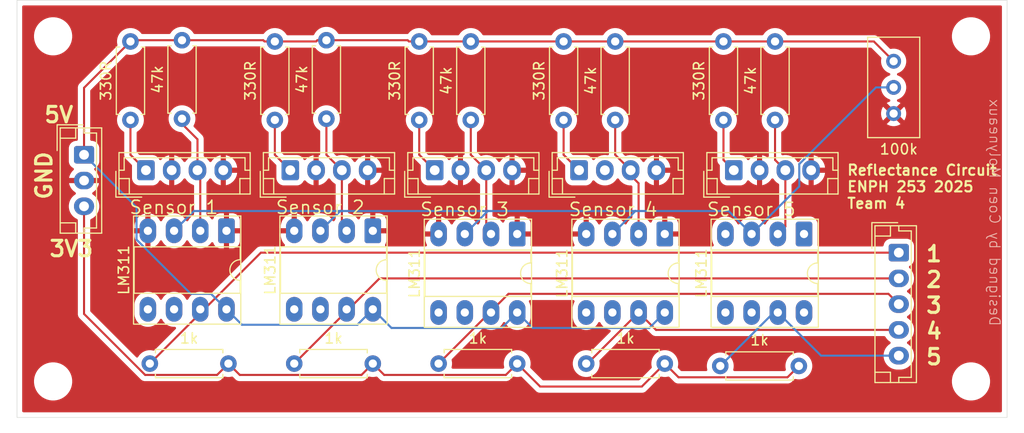
<source format=kicad_pcb>
(kicad_pcb (version 20241229) (generator "pcbnew") (generator_version "9.0")
  (layers (0 "F.Cu" signal) (2 "B.Cu" signal) (13 "F.Paste" user) (15 "B.Paste" user) (5 "F.SilkS" user "F.Silkscreen") (7 "B.SilkS" user "B.Silkscreen") (1 "F.Mask" user) (3 "B.Mask" user) (25 "Edge.Cuts" user))
  (net 0 "")
  (net 1 "GND")
  (net 2 "Net-(J1-Pin_1)")
  (net 3 "Net-(J1-Pin_3)")
  (net 4 "Net-(J2-Pin_3)")
  (net 5 "Net-(J2-Pin_1)")
  (net 6 "Net-(J3-Pin_1)")
  (net 7 "Net-(J3-Pin_3)")
  (net 8 "Net-(J4-Pin_3)")
  (net 9 "Net-(J4-Pin_1)")
  (net 10 "+5V")
  (net 11 "+3V3")
  (net 12 "Net-(U1--)")
  (net 16 "unconnected-(U2-BAL-Pad5)")
  (net 22 "Net-(J7-Pin_3)")
  (net 23 "Net-(J7-Pin_1)")
  (net 24 "Net-(J8-Pin_1)")
  (net 25 "Net-(J8-Pin_2)")
  (net 26 "Net-(J8-Pin_3)")
  (net 27 "Net-(J8-Pin_5)")
  (net 28 "Net-(J8-Pin_4)")
  (footprint "Resistor_THT:R_Axial_DIN0207_L6.3mm_D2.5mm_P7.62mm_Horizontal" (layer "F.Cu") (at 177.5 49.5 -90)
    (property "Reference" "R14" (hide yes))
    (property "Value" "330R" (at 3.81 2.37 90) (layer "F.SilkS"))
    (pad "1" thru_hole circle (at 0 0 270) (size 1.6 1.6) (drill 0.8) (layers "*.Cu" "*.Mask") (net 10 "+5V"))
    (pad "2" thru_hole circle (at 7.62 0 270) (size 1.6 1.6) (drill 0.8) (layers "*.Cu" "*.Mask") (net 23 "Net-(J7-Pin_1)"))
  )
  (footprint "Connector_JST:JST_EH_B4B-EH-A_1x04_P2.50mm_Vertical" (layer "F.Cu") (at 121.5 62)
    (property "Reference" "J1" (hide yes))
    (property "Value" "JCT 4pin" (hide yes))
    (property "Description" "Sensor 1" (at 2.7 3.6 0) (layer "F.SilkS") (effects (font (size 1.27 1.27))))
    (pad "1" thru_hole roundrect (at 0 0) (size 1.7 1.95) (drill 0.95) (layers "*.Cu" "*.Mask") (roundrect_rratio 0.147059) (net 2 "Net-(J1-Pin_1)"))
    (pad "2" thru_hole oval (at 2.5 0) (size 1.7 1.95) (drill 0.95) (layers "*.Cu" "*.Mask") (net 1 "GND"))
    (pad "3" thru_hole oval (at 5 0) (size 1.7 1.95) (drill 0.95) (layers "*.Cu" "*.Mask") (net 3 "Net-(J1-Pin_3)"))
    (pad "4" thru_hole oval (at 7.5 0) (size 1.7 1.95) (drill 0.95) (layers "*.Cu" "*.Mask") (net 1 "GND"))
  )
  (footprint "Resistor_THT:R_Axial_DIN0207_L6.3mm_D2.5mm_P7.62mm_Horizontal" (layer "F.Cu") (at 129.5 80.77 180)
    (property "Reference" "R3" (hide yes))
    (property "Value" "1k" (at 3.81 2.45 0) (layer "F.SilkS"))
    (pad "1" thru_hole circle (at 0 0 180) (size 1.6 1.6) (drill 0.8) (layers "*.Cu" "*.Mask") (net 11 "+3V3"))
    (pad "2" thru_hole circle (at 7.62 0 180) (size 1.6 1.6) (drill 0.8) (layers "*.Cu" "*.Mask") (net 24 "Net-(J8-Pin_1)"))
  )
  (footprint "Connector_JST:JST_EH_B5B-EH-A_1x05_P2.50mm_Vertical" (layer "F.Cu") (at 194.5 70 -90)
    (property "Reference" "J8" (hide yes))
    (property "Value" "Conn_01x05_Pin" (hide yes))
    (pad "1" thru_hole roundrect (at 0 0 270) (size 1.7 1.95) (drill 0.95) (layers "*.Cu" "*.Mask") (roundrect_rratio 0.147059) (net 24 "Net-(J8-Pin_1)"))
    (pad "2" thru_hole oval (at 2.5 0 270) (size 1.7 1.95) (drill 0.95) (layers "*.Cu" "*.Mask") (net 25 "Net-(J8-Pin_2)"))
    (pad "3" thru_hole oval (at 5 0 270) (size 1.7 1.95) (drill 0.95) (layers "*.Cu" "*.Mask") (net 26 "Net-(J8-Pin_3)"))
    (pad "4" thru_hole oval (at 7.5 0 270) (size 1.7 1.95) (drill 0.95) (layers "*.Cu" "*.Mask") (net 28 "Net-(J8-Pin_4)"))
    (pad "5" thru_hole oval (at 10 0 270) (size 1.7 1.95) (drill 0.95) (layers "*.Cu" "*.Mask") (net 27 "Net-(J8-Pin_5)"))
  )
  (footprint "Connector_JST:JST_EH_B4B-EH-A_1x04_P2.50mm_Vertical" (layer "F.Cu") (at 135.5 62)
    (property "Reference" "J2" (hide yes))
    (property "Value" "JCt 4pin" (hide yes))
    (property "Description" "Sensor 2" (at 2.9 3.6 0) (layer "F.SilkS") (effects (font (size 1.27 1.27))))
    (pad "1" thru_hole roundrect (at 0 0) (size 1.7 1.95) (drill 0.95) (layers "*.Cu" "*.Mask") (roundrect_rratio 0.147059) (net 5 "Net-(J2-Pin_1)"))
    (pad "2" thru_hole oval (at 2.5 0) (size 1.7 1.95) (drill 0.95) (layers "*.Cu" "*.Mask") (net 1 "GND"))
    (pad "3" thru_hole oval (at 5 0) (size 1.7 1.95) (drill 0.95) (layers "*.Cu" "*.Mask") (net 4 "Net-(J2-Pin_3)"))
    (pad "4" thru_hole oval (at 7.5 0) (size 1.7 1.95) (drill 0.95) (layers "*.Cu" "*.Mask") (net 1 "GND"))
  )
  (footprint "Resistor_THT:R_Axial_DIN0207_L6.3mm_D2.5mm_P7.62mm_Horizontal" (layer "F.Cu") (at 182.5 49.5 -90)
    (property "Reference" "R15" (hide yes))
    (property "Value" "47k" (at 3.81 2.37 90) (layer "F.SilkS"))
    (pad "1" thru_hole circle (at 0 0 270) (size 1.6 1.6) (drill 0.8) (layers "*.Cu" "*.Mask") (net 10 "+5V"))
    (pad "2" thru_hole circle (at 7.62 0 270) (size 1.6 1.6) (drill 0.8) (layers "*.Cu" "*.Mask") (net 22 "Net-(J7-Pin_3)"))
  )
  (footprint "Resistor_THT:R_Axial_DIN0207_L6.3mm_D2.5mm_P7.62mm_Horizontal" (layer "F.Cu") (at 134 49.5 -90)
    (property "Reference" "R5" (hide yes))
    (property "Value" "330R" (at 3.81 2.37 90) (layer "F.SilkS"))
    (pad "1" thru_hole circle (at 0 0 270) (size 1.6 1.6) (drill 0.8) (layers "*.Cu" "*.Mask") (net 10 "+5V"))
    (pad "2" thru_hole circle (at 7.62 0 270) (size 1.6 1.6) (drill 0.8) (layers "*.Cu" "*.Mask") (net 5 "Net-(J2-Pin_1)"))
  )
  (footprint "Package_DIP:DIP-8_W7.62mm_Socket_LongPads" (layer "F.Cu") (at 129.31 67.88 -90)
    (property "Reference" "U2" (hide yes))
    (property "Value" "LM311" (at 3.81 9.95 90) (layer "F.SilkS"))
    (pad "1" thru_hole roundrect (at 0 0 270) (size 2.4 1.6) (drill 0.8) (layers "*.Cu" "*.Mask") (roundrect_rratio 0.15625) (net 1 "GND"))
    (pad "2" thru_hole oval (at 0 2.54 270) (size 2.4 1.6) (drill 0.8) (layers "*.Cu" "*.Mask") (net 3 "Net-(J1-Pin_3)"))
    (pad "3" thru_hole oval (at 0 5.08 270) (size 2.4 1.6) (drill 0.8) (layers "*.Cu" "*.Mask") (net 12 "Net-(U1--)"))
    (pad "4" thru_hole oval (at 0 7.62 270) (size 2.4 1.6) (drill 0.8) (layers "*.Cu" "*.Mask") (net 1 "GND"))
    (pad "5" thru_hole oval (at 7.62 7.62 270) (size 2.4 1.6) (drill 0.8) (layers "*.Cu" "*.Mask") (net 16 "unconnected-(U2-BAL-Pad5)"))
    (pad "6" thru_hole oval (at 7.62 5.08 270) (size 2.4 1.6) (drill 0.8) (layers "*.Cu" "*.Mask"))
    (pad "7" thru_hole oval (at 7.62 2.54 270) (size 2.4 1.6) (drill 0.8) (layers "*.Cu" "*.Mask") (net 24 "Net-(J8-Pin_1)"))
    (pad "8" thru_hole oval (at 7.62 0 270) (size 2.4 1.6) (drill 0.8) (layers "*.Cu" "*.Mask") (net 10 "+5V"))
  )
  (footprint "Resistor_THT:R_Axial_DIN0207_L6.3mm_D2.5mm_P7.62mm_Horizontal" (layer "F.Cu") (at 148 49.5 -90)
    (property "Reference" "R8" (hide yes))
    (property "Value" "330R" (at 3.81 2.37 90) (layer "F.SilkS"))
    (pad "1" thru_hole circle (at 0 0 270) (size 1.6 1.6) (drill 0.8) (layers "*.Cu" "*.Mask") (net 10 "+5V"))
    (pad "2" thru_hole circle (at 7.62 0 270) (size 1.6 1.6) (drill 0.8) (layers "*.Cu" "*.Mask") (net 6 "Net-(J3-Pin_1)"))
  )
  (footprint "MountingHole:MountingHole_3.2mm_M3" (layer "F.Cu") (at 201.5 82.5)
    (property "Reference" "H3" (hide yes))
    (property "Value" "MountingHole")
    (pad "" np_thru_hole circle (at 0 0) (size 3.2 3.2) (drill 3.2) (layers "*.Cu" "*.Mask"))
  )
  (footprint "Resistor_THT:R_Axial_DIN0207_L6.3mm_D2.5mm_P7.62mm_Horizontal" (layer "F.Cu") (at 153 49.5 -90)
    (property "Reference" "R7" (hide yes))
    (property "Value" "47k" (at 3.81 2.37 90) (layer "F.SilkS"))
    (pad "1" thru_hole circle (at 0 0 270) (size 1.6 1.6) (drill 0.8) (layers "*.Cu" "*.Mask") (net 10 "+5V"))
    (pad "2" thru_hole circle (at 7.62 0 270) (size 1.6 1.6) (drill 0.8) (layers "*.Cu" "*.Mask") (net 7 "Net-(J3-Pin_3)"))
  )
  (footprint "Connector_JST:JST_EH_B4B-EH-A_1x04_P2.50mm_Vertical" (layer "F.Cu") (at 163.5 62)
    (property "Reference" "J4" (hide yes))
    (property "Value" "Reflectance Sensor 4" (hide yes))
    (property "Description" "Sensor 4" (at 3.3 3.8 0) (layer "F.SilkS") (effects (font (size 1.27 1.27))))
    (pad "1" thru_hole roundrect (at 0 0) (size 1.7 1.95) (drill 0.95) (layers "*.Cu" "*.Mask") (roundrect_rratio 0.147059) (net 9 "Net-(J4-Pin_1)"))
    (pad "2" thru_hole oval (at 2.5 0) (size 1.7 1.95) (drill 0.95) (layers "*.Cu" "*.Mask"))
    (pad "3" thru_hole oval (at 5 0) (size 1.7 1.95) (drill 0.95) (layers "*.Cu" "*.Mask") (net 8 "Net-(J4-Pin_3)"))
    (pad "4" thru_hole oval (at 7.5 0) (size 1.7 1.95) (drill 0.95) (layers "*.Cu" "*.Mask") (net 1 "GND"))
  )
  (footprint "MountingHole:MountingHole_3.2mm_M3" (layer "F.Cu") (at 112.5 82.5)
    (property "Reference" "H4" (hide yes))
    (property "Value" "MountingHole")
    (pad "" np_thru_hole circle (at 0 0) (size 3.2 3.2) (drill 3.2) (layers "*.Cu" "*.Mask"))
  )
  (footprint "Resistor_THT:R_Axial_DIN0207_L6.3mm_D2.5mm_P7.62mm_Horizontal" (layer "F.Cu") (at 125 49.38 -90)
    (property "Reference" "R1" (hide yes))
    (property "Value" "47k" (at 3.81 2.37 90) (layer "F.SilkS"))
    (pad "1" thru_hole circle (at 0 0 270) (size 1.6 1.6) (drill 0.8) (layers "*.Cu" "*.Mask") (net 10 "+5V"))
    (pad "2" thru_hole circle (at 7.62 0 270) (size 1.6 1.6) (drill 0.8) (layers "*.Cu" "*.Mask") (net 3 "Net-(J1-Pin_3)"))
  )
  (footprint "Resistor_THT:R_Axial_DIN0207_L6.3mm_D2.5mm_P7.62mm_Horizontal" (layer "F.Cu") (at 162 49.5 -90)
    (property "Reference" "R11" (hide yes))
    (property "Value" "330R" (at 3.81 2.37 90) (layer "F.SilkS"))
    (pad "1" thru_hole circle (at 0 0 270) (size 1.6 1.6) (drill 0.8) (layers "*.Cu" "*.Mask") (net 10 "+5V"))
    (pad "2" thru_hole circle (at 7.62 0 270) (size 1.6 1.6) (drill 0.8) (layers "*.Cu" "*.Mask") (net 9 "Net-(J4-Pin_1)"))
  )
  (footprint "Connector_JST:JST_EH_B4B-EH-A_1x04_P2.50mm_Vertical" (layer "F.Cu") (at 149.5 62)
    (property "Reference" "J3" (hide yes))
    (property "Value" "JCT 4pin" (hide yes))
    (property "Description" "Sensor 3" (at 2.9 3.8 0) (layer "F.SilkS") (effects (font (size 1.27 1.27))))
    (pad "1" thru_hole roundrect (at 0 0) (size 1.7 1.95) (drill 0.95) (layers "*.Cu" "*.Mask") (roundrect_rratio 0.147059) (net 6 "Net-(J3-Pin_1)"))
    (pad "2" thru_hole oval (at 2.5 0) (size 1.7 1.95) (drill 0.95) (layers "*.Cu" "*.Mask") (net 1 "GND"))
    (pad "3" thru_hole oval (at 5 0) (size 1.7 1.95) (drill 0.95) (layers "*.Cu" "*.Mask") (net 7 "Net-(J3-Pin_3)"))
    (pad "4" thru_hole oval (at 7.5 0) (size 1.7 1.95) (drill 0.95) (layers "*.Cu" "*.Mask") (net 1 "GND"))
  )
  (footprint "Package_DIP:DIP-8_W7.62mm_Socket_LongPads" (layer "F.Cu") (at 143.5 67.88 -90)
    (property "Reference" "U1" (hide yes))
    (property "Value" "LM311" (at 3.81 9.95 90) (layer "F.SilkS"))
    (pad "1" thru_hole roundrect (at 0 0 270) (size 2.4 1.6) (drill 0.8) (layers "*.Cu" "*.Mask") (roundrect_rratio 0.15625) (net 1 "GND"))
    (pad "2" thru_hole oval (at 0 2.54 270) (size 2.4 1.6) (drill 0.8) (layers "*.Cu" "*.Mask") (net 4 "Net-(J2-Pin_3)"))
    (pad "3" thru_hole oval (at 0 5.08 270) (size 2.4 1.6) (drill 0.8) (layers "*.Cu" "*.Mask") (net 12 "Net-(U1--)"))
    (pad "4" thru_hole oval (at 0 7.62 270) (size 2.4 1.6) (drill 0.8) (layers "*.Cu" "*.Mask") (net 1 "GND"))
    (pad "5" thru_hole oval (at 7.62 7.62 270) (size 2.4 1.6) (drill 0.8) (layers "*.Cu" "*.Mask"))
    (pad "6" thru_hole oval (at 7.62 5.08 270) (size 2.4 1.6) (drill 0.8) (layers "*.Cu" "*.Mask"))
    (pad "7" thru_hole oval (at 7.62 2.54 270) (size 2.4 1.6) (drill 0.8) (layers "*.Cu" "*.Mask") (net 25 "Net-(J8-Pin_2)"))
    (pad "8" thru_hole oval (at 7.62 0 270) (size 2.4 1.6) (drill 0.8) (layers "*.Cu" "*.Mask") (net 10 "+5V"))
  )
  (footprint "Connector_JST:JST_EH_B4B-EH-A_1x04_P2.50mm_Vertical" (layer "F.Cu") (at 178.5 62)
    (property "Reference" "J7" (hide yes))
    (property "Value" "Reflectance Sensor 4" (hide yes))
    (property "Description" "Sensor 5" (at 1.7 3.8 0) (layer "F.SilkS") (effects (font (size 1.27 1.27))))
    (pad "1" thru_hole roundrect (at 0 0) (size 1.7 1.95) (drill 0.95) (layers "*.Cu" "*.Mask") (roundrect_rratio 0.147059) (net 23 "Net-(J7-Pin_1)"))
    (pad "2" thru_hole oval (at 2.5 0) (size 1.7 1.95) (drill 0.95) (layers "*.Cu" "*.Mask") (net 1 "GND"))
    (pad "3" thru_hole oval (at 5 0) (size 1.7 1.95) (drill 0.95) (layers "*.Cu" "*.Mask") (net 22 "Net-(J7-Pin_3)"))
    (pad "4" thru_hole oval (at 7.5 0) (size 1.7 1.95) (drill 0.95) (layers "*.Cu" "*.Mask") (net 1 "GND"))
  )
  (footprint "Package_DIP:DIP-8_W7.62mm_Socket_LongPads" (layer "F.Cu") (at 185.31 68.19 -90)
    (property "Reference" "U5" (hide yes))
    (property "Value" "LM311" (at 3.81 9.95 90) (layer "F.SilkS"))
    (pad "1" thru_hole roundrect (at 0 0 270) (size 2.4 1.6) (drill 0.8) (layers "*.Cu" "*.Mask") (roundrect_rratio 0.15625))
    (pad "2" thru_hole oval (at 0 2.54 270) (size 2.4 1.6) (drill 0.8) (layers "*.Cu" "*.Mask") (net 22 "Net-(J7-Pin_3)"))
    (pad "3" thru_hole oval (at 0 5.08 270) (size 2.4 1.6) (drill 0.8) (layers "*.Cu" "*.Mask") (net 12 "Net-(U1--)"))
    (pad "4" thru_hole oval (at 0 7.62 270) (size 2.4 1.6) (drill 0.8) (layers "*.Cu" "*.Mask"))
    (pad "5" thru_hole oval (at 7.62 7.62 270) (size 2.4 1.6) (drill 0.8) (layers "*.Cu" "*.Mask"))
    (pad "6" thru_hole oval (at 7.62 5.08 270) (size 2.4 1.6) (drill 0.8) (layers "*.Cu" "*.Mask"))
    (pad "7" thru_hole oval (at 7.62 2.54 270) (size 2.4 1.6) (drill 0.8) (layers "*.Cu" "*.Mask") (net 27 "Net-(J8-Pin_5)"))
    (pad "8" thru_hole oval (at 7.62 0 270) (size 2.4 1.6) (drill 0.8) (layers "*.Cu" "*.Mask"))
  )
  (footprint "Resistor_THT:R_Axial_DIN0207_L6.3mm_D2.5mm_P7.62mm_Horizontal" (layer "F.Cu") (at 143.5 80.77 180)
    (property "Reference" "R6" (hide yes))
    (property "Value" "1k" (at 3.81 2.45 0) (layer "F.SilkS"))
    (pad "1" thru_hole circle (at 0 0 180) (size 1.6 1.6) (drill 0.8) (layers "*.Cu" "*.Mask") (net 11 "+3V3"))
    (pad "2" thru_hole circle (at 7.62 0 180) (size 1.6 1.6) (drill 0.8) (layers "*.Cu" "*.Mask") (net 25 "Net-(J8-Pin_2)"))
  )
  (footprint "MountingHole:MountingHole_3.2mm_M3" (layer "F.Cu") (at 112.5 49)
    (property "Reference" "H1" (hide yes))
    (property "Value" "MountingHole")
    (pad "" np_thru_hole circle (at 0 0) (size 3.2 3.2) (drill 3.2) (layers "*.Cu" "*.Mask"))
  )
  (footprint "Resistor_THT:R_Axial_DIN0207_L6.3mm_D2.5mm_P7.62mm_Horizontal" (layer "F.Cu") (at 171.81 80.77 180)
    (property "Reference" "R12" (hide yes))
    (property "Value" "1k" (at 3.81 2.45 0) (layer "F.SilkS"))
    (pad "1" thru_hole circle (at 0 0 180) (size 1.6 1.6) (drill 0.8) (layers "*.Cu" "*.Mask") (net 11 "+3V3"))
    (pad "2" thru_hole circle (at 7.62 0 180) (size 1.6 1.6) (drill 0.8) (layers "*.Cu" "*.Mask") (net 28 "Net-(J8-Pin_4)"))
  )
  (footprint "Resistor_THT:R_Axial_DIN0207_L6.3mm_D2.5mm_P7.62mm_Horizontal" (layer "F.Cu") (at 157.5 80.77 180)
    (property "Reference" "R9" (hide yes))
    (property "Value" "1k" (at 3.81 2.45 0) (layer "F.SilkS"))
    (pad "1" thru_hole circle (at 0 0 180) (size 1.6 1.6) (drill 0.8) (layers "*.Cu" "*.Mask") (net 11 "+3V3"))
    (pad "2" thru_hole circle (at 7.62 0 180) (size 1.6 1.6) (drill 0.8) (layers "*.Cu" "*.Mask") (net 26 "Net-(J8-Pin_3)"))
  )
  (footprint "Package_DIP:DIP-8_W7.62mm_Socket_LongPads" (layer "F.Cu") (at 171.81 68.19 -90)
    (property "Reference" "U4" (hide yes))
    (property "Value" "LM311" (at 3.81 9.95 90) (layer "F.SilkS"))
    (pad "1" thru_hole roundrect (at 0 0 270) (size 2.4 1.6) (drill 0.8) (layers "*.Cu" "*.Mask") (roundrect_rratio 0.15625) (net 1 "GND"))
    (pad "2" thru_hole oval (at 0 2.54 270) (size 2.4 1.6) (drill 0.8) (layers "*.Cu" "*.Mask") (net 8 "Net-(J4-Pin_3)"))
    (pad "3" thru_hole oval (at 0 5.08 270) (size 2.4 1.6) (drill 0.8) (layers "*.Cu" "*.Mask") (net 12 "Net-(U1--)"))
    (pad "4" thru_hole oval (at 0 7.62 270) (size 2.4 1.6) (drill 0.8) (layers "*.Cu" "*.Mask") (net 1 "GND"))
    (pad "5" thru_hole oval (at 7.62 7.62 270) (size 2.4 1.6) (drill 0.8) (layers "*.Cu" "*.Mask"))
    (pad "6" thru_hole oval (at 7.62 5.08 270) (size 2.4 1.6) (drill 0.8) (layers "*.Cu" "*.Mask"))
    (pad "7" thru_hole oval (at 7.62 2.54 270) (size 2.4 1.6) (drill 0.8) (layers "*.Cu" "*.Mask") (net 28 "Net-(J8-Pin_4)"))
    (pad "8" thru_hole oval (at 7.62 0 270) (size 2.4 1.6) (drill 0.8) (layers "*.Cu" "*.Mask") (net 10 "+5V"))
  )
  (footprint "MountingHole:MountingHole_3.2mm_M3" (layer "F.Cu") (at 201.5 49)
    (property "Reference" "H2" (hide yes))
    (property "Value" "MountingHole")
    (pad "" np_thru_hole circle (at 0 0) (size 3.2 3.2) (drill 3.2) (layers "*.Cu" "*.Mask"))
  )
  (footprint "Resistor_THT:R_Axial_DIN0207_L6.3mm_D2.5mm_P7.62mm_Horizontal" (layer "F.Cu") (at 120 49.5 -90)
    (property "Reference" "R2" (hide yes))
    (property "Value" "330R" (at 3.81 2.37 90) (layer "F.SilkS"))
    (pad "1" thru_hole circle (at 0 0 270) (size 1.6 1.6) (drill 0.8) (layers "*.Cu" "*.Mask") (net 10 "+5V"))
    (pad "2" thru_hole circle (at 7.62 0 270) (size 1.6 1.6) (drill 0.8) (layers "*.Cu" "*.Mask") (net 2 "Net-(J1-Pin_1)"))
  )
  (footprint "Resistor_THT:R_Axial_DIN0207_L6.3mm_D2.5mm_P7.62mm_Horizontal" (layer "F.Cu") (at 139 49.38 -90)
    (property "Reference" "R4" (hide yes))
    (property "Value" "47k" (at 3.81 2.37 90) (layer "F.SilkS"))
    (pad "1" thru_hole circle (at 0 0 270) (size 1.6 1.6) (drill 0.8) (layers "*.Cu" "*.Mask") (net 10 "+5V"))
    (pad "2" thru_hole circle (at 7.62 0 270) (size 1.6 1.6) (drill 0.8) (layers "*.Cu" "*.Mask") (net 4 "Net-(J2-Pin_3)"))
  )
  (footprint "Potentiometer_THT:Potentiometer_Bourns_3296W_Vertical" (layer "F.Cu") (at 194 51.42 90)
    (property "Reference" "RV1" (hide yes))
    (property "Value" "100k" (at -8.54 0.5 180) (layer "F.SilkS"))
    (pad "1" thru_hole circle (at 0 0 90) (size 1.44 1.44) (drill 0.8) (layers "*.Cu" "*.Mask") (net 10 "+5V"))
    (pad "2" thru_hole circle (at -2.54 0 90) (size 1.44 1.44) (drill 0.8) (layers "*.Cu" "*.Mask") (net 12 "Net-(U1--)"))
    (pad "3" thru_hole circle (at -5.08 0 90) (size 1.44 1.44) (drill 0.8) (layers "*.Cu" "*.Mask") (net 1 "GND"))
  )
  (footprint "Resistor_THT:R_Axial_DIN0207_L6.3mm_D2.5mm_P7.62mm_Horizontal" (layer "F.Cu") (at 167 49.5 -90)
    (property "Reference" "R10" (hide yes))
    (property "Value" "47k" (at 3.81 2.37 90) (layer "F.SilkS"))
    (pad "1" thru_hole circle (at 0 0 270) (size 1.6 1.6) (drill 0.8) (layers "*.Cu" "*.Mask") (net 10 "+5V"))
    (pad "2" thru_hole circle (at 7.62 0 270) (size 1.6 1.6) (drill 0.8) (layers "*.Cu" "*.Mask") (net 8 "Net-(J4-Pin_3)"))
  )
  (footprint "Connector_JST:JST_EH_B3B-EH-A_1x03_P2.50mm_Vertical" (layer "F.Cu") (at 115.5 60.5 -90)
    (property "Reference" "J6" (hide yes))
    (property "Value" "Conn_01x03_Pin" (hide yes))
    (pad "1" thru_hole roundrect (at 0 0 270) (size 1.7 1.95) (drill 0.95) (layers "*.Cu" "*.Mask") (roundrect_rratio 0.147059) (net 10 "+5V"))
    (pad "2" thru_hole oval (at 2.5 0 270) (size 1.7 1.95) (drill 0.95) (layers "*.Cu" "*.Mask") (net 1 "GND"))
    (pad "3" thru_hole oval (at 5 0 270) (size 1.7 1.95) (drill 0.95) (layers "*.Cu" "*.Mask") (net 11 "+3V3"))
  )
  (footprint "Resistor_THT:R_Axial_DIN0207_L6.3mm_D2.5mm_P7.62mm_Horizontal" (layer "F.Cu") (at 184.81 81 180)
    (property "Reference" "R16" (hide yes))
    (property "Value" "1k" (at 3.81 2.5 0) (layer "F.SilkS"))
    (pad "1" thru_hole circle (at 0 0 180) (size 1.6 1.6) (drill 0.8) (layers "*.Cu" "*.Mask") (net 11 "+3V3"))
    (pad "2" thru_hole circle (at 7.62 0 180) (size 1.6 1.6) (drill 0.8) (layers "*.Cu" "*.Mask") (net 27 "Net-(J8-Pin_5)"))
  )
  (footprint "Package_DIP:DIP-8_W7.62mm_Socket_LongPads" (layer "F.Cu") (at 157.5 68.19 -90)
    (property "Reference" "U3" (hide yes))
    (property "Value" "LM311" (at 3.81 9.95 90) (layer "F.SilkS"))
    (pad "1" thru_hole roundrect (at 0 0 270) (size 2.4 1.6) (drill 0.8) (layers "*.Cu" "*.Mask") (roundrect_rratio 0.15625) (net 1 "GND"))
    (pad "2" thru_hole oval (at 0 2.54 270) (size 2.4 1.6) (drill 0.8) (layers "*.Cu" "*.Mask") (net 7 "Net-(J3-Pin_3)"))
    (pad "3" thru_hole oval (at 0 5.08 270) (size 2.4 1.6) (drill 0.8) (layers "*.Cu" "*.Mask") (net 12 "Net-(U1--)"))
    (pad "4" thru_hole oval (at 0 7.62 270) (size 2.4 1.6) (drill 0.8) (layers "*.Cu" "*.Mask") (net 1 "GND"))
    (pad "5" thru_hole oval (at 7.62 7.62 270) (size 2.4 1.6) (drill 0.8) (layers "*.Cu" "*.Mask"))
    (pad "6" thru_hole oval (at 7.62 5.08 270) (size 2.4 1.6) (drill 0.8) (layers "*.Cu" "*.Mask"))
    (pad "7" thru_hole oval (at 7.62 2.54 270) (size 2.4 1.6) (drill 0.8) (layers "*.Cu" "*.Mask") (net 26 "Net-(J8-Pin_3)"))
    (pad "8" thru_hole oval (at 7.62 0 270) (size 2.4 1.6) (drill 0.8) (layers "*.Cu" "*.Mask") (net 10 "+5V"))
  )
  (gr_rect (start 109 45.5) (end 205 86) (stroke (width 0.05)) (fill no) (layer "Edge.Cuts"))
  (gr_text "2" (at 197 73.5 0) (layer "F.SilkS") (effects (font (size 1.5 1.5) (thickness 0.3) (bold yes)) (justify left bottom)))
  (gr_text "Reflectance Circuit\nENPH 253 2025 \nTeam 4" (at 189.4 65.8 0) (layer "F.SilkS") (effects (font (size 1 1) (thickness 0.2) (bold yes)) (justify left bottom)))
  (gr_text "3\n" (at 197 76 0) (layer "F.SilkS") (effects (font (size 1.5 1.5) (thickness 0.3) (bold yes)) (justify left bottom)))
  (gr_text "3V3" (at 112 70.5 0) (layer "F.SilkS") (effects (font (size 1.5 1.5) (thickness 0.3) (bold yes)) (justify left bottom)))
  (gr_text "GND" (at 112.5 65 90) (layer "F.SilkS") (effects (font (size 1.5 1.5) (thickness 0.3) (bold yes)) (justify left bottom)))
  (gr_text "5V\n" (at 111.5 57.5 0) (layer "F.SilkS") (effects (font (size 1.5 1.5) (thickness 0.3) (bold yes)) (justify left bottom)))
  (gr_text "1" (at 197 71 0) (layer "F.SilkS") (effects (font (size 1.5 1.5) (thickness 0.3) (bold yes)) (justify left bottom)))
  (gr_text "5\n" (at 197 81 0) (layer "F.SilkS") (effects (font (size 1.5 1.5) (thickness 0.3) (bold yes)) (justify left bottom)))
  (gr_text "4" (at 197 78.5 0) (layer "F.SilkS") (effects (font (size 1.5 1.5) (thickness 0.3) (bold yes)) (justify left bottom)))
  (gr_text "Designed by Coen Molyneaux" (at 203.2 77.2 270) (layer "B.SilkS") (effects (font (size 1 1) (thickness 0.1)) (justify left bottom mirror)))
  (segment (start 120 57.12) (end 120 60.5) (width 0.2) (layer "F.Cu") (net 2))
  (segment (start 120 60.5) (end 121.5 62) (width 0.2) (layer "F.Cu") (net 2))
  (segment (start 126.5 59) (end 126.5 62) (width 0.2) (layer "F.Cu") (net 3))
  (segment (start 126.96 67.38) (end 126.77 67.57) (width 0.2) (layer "F.Cu") (net 3))
  (segment (start 126.77 62.77) (end 126.77 67.88) (width 0.2) (layer "F.Cu") (net 3))
  (segment (start 125 57.5) (end 126.5 59) (width 0.2) (layer "F.Cu") (net 3))
  (segment (start 126.5 62.5) (end 126.77 62.77) (width 0.2) (layer "F.Cu") (net 3))
  (segment (start 125 57) (end 125 57.5) (width 0.2) (layer "F.Cu") (net 3))
  (segment (start 126.5 62) (end 126.5 62.5) (width 0.2) (layer "F.Cu") (net 3))
  (segment (start 140.46 67.07) (end 140.96 67.57) (width 0.2) (layer "F.Cu") (net 4))
  (segment (start 140.5 67.42) (end 140.96 67.88) (width 0.2) (layer "F.Cu") (net 4))
  (segment (start 140.5 67.11) (end 140.96 67.57) (width 0.2) (layer "F.Cu") (net 4))
  (segment (start 140.5 62) (end 140.5 67.42) (width 0.2) (layer "F.Cu") (net 4))
  (segment (start 139 57) (end 139 60.5) (width 0.2) (layer "F.Cu") (net 4))
  (segment (start 139 60.5) (end 140.5 62) (width 0.2) (layer "F.Cu") (net 4))
  (segment (start 134 57.12) (end 134 60.5) (width 0.2) (layer "F.Cu") (net 5))
  (segment (start 134 60.5) (end 135.5 62) (width 0.2) (layer "F.Cu") (net 5))
  (segment (start 148 57.12) (end 148 60.5) (width 0.2) (layer "F.Cu") (net 6))
  (segment (start 148 60.5) (end 149.5 62) (width 0.2) (layer "F.Cu") (net 6))
  (segment (start 153 60.5) (end 154.5 62) (width 0.2) (layer "F.Cu") (net 7))
  (segment (start 154.5 62) (end 154.5 67.73) (width 0.2) (layer "F.Cu") (net 7))
  (segment (start 153 57.12) (end 153 60.5) (width 0.2) (layer "F.Cu") (net 7))
  (segment (start 155 67.53) (end 154.96 67.57) (width 0.2) (layer "F.Cu") (net 7))
  (segment (start 154.5 67.73) (end 154.96 68.19) (width 0.2) (layer "F.Cu") (net 7))
  (segment (start 168.5 62.5) (end 169.27 63.27) (width 0.2) (layer "F.Cu") (net 8))
  (segment (start 167 60.5) (end 168.5 62) (width 0.2) (layer "F.Cu") (net 8))
  (segment (start 169.27 63.27) (end 169.27 68.19) (width 0.2) (layer "F.Cu") (net 8))
  (segment (start 168.5 62) (end 168.5 62.5) (width 0.2) (layer "F.Cu") (net 8))
  (segment (start 169.5 67.65) (end 169.27 67.88) (width 0.2) (layer "F.Cu") (net 8))
  (segment (start 167 57.12) (end 167 60.5) (width 0.2) (layer "F.Cu") (net 8))
  (segment (start 169 67.61) (end 169.27 67.88) (width 0.2) (layer "F.Cu") (net 8))
  (segment (start 162 60.5) (end 163.5 62) (width 0.2) (layer "F.Cu") (net 9))
  (segment (start 162 57.12) (end 162 60.5) (width 0.2) (layer "F.Cu") (net 9))
  (segment (start 146.88 49.38) (end 139 49.38) (width 0.2) (layer "F.Cu") (net 10))
  (segment (start 138 49.5) (end 134 49.5) (width 0.2) (layer "F.Cu") (net 10))
  (segment (start 162 49.5) (end 153 49.5) (width 0.2) (layer "F.Cu") (net 10))
  (segment (start 139 49.38) (end 138.12 49.38) (width 0.2) (layer "F.Cu") (net 10))
  (segment (start 133 49.5) (end 132.88 49.38) (width 0.2) (layer "F.Cu") (net 10))
  (segment (start 132.88 49.38) (end 125 49.38) (width 0.2) (layer "F.Cu") (net 10))
  (segment (start 120.12 49.38) (end 120 49.5) (width 0.2) (layer "F.Cu") (net 10))
  (segment (start 138.12 49.38) (end 138 49.5) (width 0.2) (layer "F.Cu") (net 10))
  (segment (start 167 49.5) (end 177.5 49.5) (width 0.2) (layer "F.Cu") (net 10))
  (segment (start 182.5 49.5) (end 192.08 49.5) (width 0.2) (layer "F.Cu") (net 10))
  (segment (start 167 49.5) (end 162 49.5) (width 0.2) (layer "F.Cu") (net 10))
  (segment (start 125 49.38) (end 120.12 49.38) (width 0.2) (layer "F.Cu") (net 10))
  (segment (start 153 49.5) (end 148 49.5) (width 0.2) (layer "F.Cu") (net 10))
  (segment (start 120 49.5) (end 115.5 54) (width 0.2) (layer "F.Cu") (net 10))
  (segment (start 192.08 49.5) (end 194 51.42) (width 0.2) (layer "F.Cu") (net 10))
  (segment (start 147 49.5) (end 146.88 49.38) (width 0.2) (layer "F.Cu") (net 10))
  (segment (start 177.5 49.5) (end 182.5 49.5) (width 0.2) (layer "F.Cu") (net 10))
  (segment (start 148 49.5) (end 147 49.5) (width 0.2) (layer "F.Cu") (net 10))
  (segment (start 134 49.5) (end 133 49.5) (width 0.2) (layer "F.Cu") (net 10))
  (segment (start 115.5 54) (end 115.5 60.5) (width 0.2) (layer "F.Cu") (net 10))
  (segment (start 115.5 60.5) (end 120.589 65.589) (width 0.2) (layer "B.Cu") (net 10))
  (segment (start 155.999 77.311) (end 157.5 75.81) (width 0.2) (layer "B.Cu") (net 10))
  (segment (start 143.5 75.5) (end 145.311 77.311) (width 0.2) (layer "B.Cu") (net 10))
  (segment (start 157.5 75.81) (end 159.001 77.311) (width 0.2) (layer "B.Cu") (net 10))
  (segment (start 141.999 77.001) (end 143.5 75.5) (width 0.2) (layer "B.Cu") (net 10))
  (segment (start 120.589 65.589) (end 120.589 68.736049) (width 0.2) (layer "B.Cu") (net 10))
  (segment (start 130.811 77.001) (end 141.999 77.001) (width 0.2) (layer "B.Cu") (net 10))
  (segment (start 145.311 77.311) (end 155.999 77.311) (width 0.2) (layer "B.Cu") (net 10))
  (segment (start 127.809 73.999) (end 129.31 75.5) (width 0.2) (layer "B.Cu") (net 10))
  (segment (start 170.309 77.311) (end 171.81 75.81) (width 0.2) (layer "B.Cu") (net 10))
  (segment (start 125.851951 73.999) (end 127.809 73.999) (width 0.2) (layer "B.Cu") (net 10))
  (segment (start 120.589 68.736049) (end 125.851951 73.999) (width 0.2) (layer "B.Cu") (net 10))
  (segment (start 129.31 75.5) (end 130.811 77.001) (width 0.2) (layer "B.Cu") (net 10))
  (segment (start 159.001 77.311) (end 170.309 77.311) (width 0.2) (layer "B.Cu") (net 10))
  (segment (start 128.399 81.871) (end 121.42395 81.871) (width 0.2) (layer "F.Cu") (net 11))
  (segment (start 142.399 81.871) (end 130.601 81.871) (width 0.2) (layer "F.Cu") (net 11))
  (segment (start 156.399 81.871) (end 144.601 81.871) (width 0.2) (layer "F.Cu") (net 11))
  (segment (start 115.5 75.94705) (end 115.5 65.5) (width 0.2) (layer "F.Cu") (net 11))
  (segment (start 171.81 80.77) (end 169.58 83) (width 0.2) (layer "F.Cu") (net 11))
  (segment (start 183.709 82.101) (end 173.141 82.101) (width 0.2) (layer "F.Cu") (net 11))
  (segment (start 144.601 81.871) (end 143.5 80.77) (width 0.2) (layer "F.Cu") (net 11))
  (segment (start 130.601 81.871) (end 129.5 80.77) (width 0.2) (layer "F.Cu") (net 11))
  (segment (start 173.141 82.101) (end 171.81 80.77) (width 0.2) (layer "F.Cu") (net 11))
  (segment (start 184.81 81) (end 183.709 82.101) (width 0.2) (layer "F.Cu") (net 11))
  (segment (start 143.5 80.77) (end 142.399 81.871) (width 0.2) (layer "F.Cu") (net 11))
  (segment (start 121.42395 81.871) (end 115.5 75.94705) (width 0.2) (layer "F.Cu") (net 11))
  (segment (start 169.58 83) (end 159.73 83) (width 0.2) (layer "F.Cu") (net 11))
  (segment (start 159.73 83) (end 157.5 80.77) (width 0.2) (layer "F.Cu") (net 11))
  (segment (start 157.5 80.77) (end 156.399 81.871) (width 0.2) (layer "F.Cu") (net 11))
  (segment (start 129.5 80.77) (end 128.399 81.871) (width 0.2) (layer "F.Cu") (net 11))
  (segment (start 184.849 63.571) (end 180.23 68.19) (width 0.2) (layer "B.Cu") (net 12))
  (segment (start 178 65.96) (end 168.96 65.96) (width 0.2) (layer "B.Cu") (net 12))
  (segment (start 184.849 61.39824) (end 184.849 63.571) (width 0.2) (layer "B.Cu") (net 12))
  (segment (start 140.34 65.96) (end 138.42 67.88) (width 0.2) (layer "B.Cu") (net 12))
  (segment (start 166.73 68.19) (end 168.96 65.96) (width 0.2) (layer "B.Cu") (net 12))
  (segment (start 140.5 65.96) (end 140.34 65.96) (width 0.2) (layer "B.Cu") (net 12))
  (segment (start 180.23 68.19) (end 178 65.96) (width 0.2) (layer "B.Cu") (net 12))
  (segment (start 154.65 65.96) (end 140.5 65.96) (width 0.2) (layer "B.Cu") (net 12))
  (segment (start 192.28724 53.96) (end 184.849 61.39824) (width 0.2) (layer "B.Cu") (net 12))
  (segment (start 126.15 65.96) (end 124.23 67.88) (width 0.2) (layer "B.Cu") (net 12))
  (segment (start 140.5 65.96) (end 126.15 65.96) (width 0.2) (layer "B.Cu") (net 12))
  (segment (start 154.65 65.96) (end 152.42 68.19) (width 0.2) (layer "B.Cu") (net 12))
  (segment (start 168.96 65.96) (end 154.65 65.96) (width 0.2) (layer "B.Cu") (net 12))
  (segment (start 194 53.96) (end 192.28724 53.96) (width 0.2) (layer "B.Cu") (net 12))
  (segment (start 121.5 75.27) (end 121.77 75) (width 0.2) (layer "F.Cu") (net 16))
  (segment (start 183.5 62) (end 183.5 67.46) (width 0.2) (layer "F.Cu") (net 22))
  (segment (start 182.5 57.12) (end 182.5 61) (width 0.2) (layer "F.Cu") (net 22))
  (segment (start 182.5 61) (end 183.5 62) (width 0.2) (layer "F.Cu") (net 22))
  (segment (start 183.5 67.46) (end 182.77 68.19) (width 0.2) (layer "F.Cu") (net 22))
  (segment (start 177.5 61) (end 178.5 62) (width 0.2) (layer "F.Cu") (net 23))
  (segment (start 177.5 57.12) (end 177.5 61) (width 0.2) (layer "F.Cu") (net 23))
  (segment (start 121.88 80.77) (end 132.65 70) (width 0.2) (layer "F.Cu") (net 24))
  (segment (start 132.65 70) (end 194.5 70) (width 0.2) (layer "F.Cu") (net 24))
  (segment (start 126.77 75.3) (end 126.77 75.19) (width 0.2) (layer "F.Cu") (net 24))
  (segment (start 126.77 75.88) (end 126.77 75.5) (width 0.2) (layer "F.Cu") (net 24))
  (segment (start 126.77 75.3) (end 126.77 75.19) (width 0.2) (layer "B.Cu") (net 24))
  (segment (start 141.5 74.85) (end 141.46 74.81) (width 0.2) (layer "F.Cu") (net 25))
  (segment (start 135.88 80.77) (end 144.15 72.5) (width 0.2) (layer "F.Cu") (net 25))
  (segment (start 144.15 72.5) (end 194.5 72.5) (width 0.2) (layer "F.Cu") (net 25))
  (segment (start 140.96 75.69) (end 140.96 75.5) (width 0.2) (layer "F.Cu") (net 25))
  (segment (start 140.88 75.19) (end 140.96 75.19) (width 0.2) (layer "F.Cu") (net 25))
  (segment (start 140.88 75.19) (end 140.96 75.19) (width 0.2) (layer "B.Cu") (net 25))
  (segment (start 193.5 74) (end 194.5 75) (width 0.2) (layer "F.Cu") (net 26))
  (segment (start 156.65 74) (end 193.5 74) (width 0.2) (layer "F.Cu") (net 26))
  (segment (start 149.88 80.77) (end 156.65 74) (width 0.2) (layer "F.Cu") (net 26))
  (segment (start 154.84 75.81) (end 154.96 75.81) (width 0.2) (layer "F.Cu") (net 26))
  (segment (start 154.88 75.19) (end 154.96 75.19) (width 0.2) (layer "F.Cu") (net 26))
  (segment (start 154.88 75.19) (end 154.96 75.19) (width 0.2) (layer "B.Cu") (net 26))
  (segment (start 182.38 75.81) (end 182.77 75.81) (width 0.2) (layer "F.Cu") (net 27))
  (segment (start 182.38 75.81) (end 182.77 75.81) (width 0.2) (layer "B.Cu") (net 27))
  (segment (start 182.77 75.81) (end 186.96 80) (width 0.2) (layer "B.Cu") (net 27))
  (segment (start 177.19 81) (end 182.38 75.81) (width 0.2) (layer "B.Cu") (net 27))
  (segment (start 186.96 80) (end 194.5 80) (width 0.2) (layer "B.Cu") (net 27))
  (segment (start 170.96 77.5) (end 194.5 77.5) (width 0.2) (layer "F.Cu") (net 28))
  (segment (start 169.27 75.81) (end 170.96 77.5) (width 0.2) (layer "F.Cu") (net 28))
  (segment (start 164.31 80.77) (end 169.27 75.81) (width 0.2) (layer "F.Cu") (net 28))
  (segment (start 169.27 75.61) (end 169.27 75.5) (width 0.2) (layer "F.Cu") (net 28))
  (segment (start 169.15 75.81) (end 169.27 75.81) (width 0.2) (layer "F.Cu") (net 28))
  (segment (start 164.19 80.77) (end 164.31 80.77) (width 0.2) (layer "F.Cu") (net 28))
  (segment (start 169.27 75.61) (end 169.27 75.5) (width 0.2) (layer "B.Cu") (net 28))
  (zone (net 1) (net_name "GND") (layer "F.Cu") (priority 1) (connect_pads (clearance 0.5)) (min_thickness 0.25) (fill yes (thermal_gap 0.5) (thermal_bridge_width 0.5))
    (polygon (pts (xy 109 45.5) (xy 205 45.5) (xy 205 86) (xy 109 86)))
  )
)
</source>
